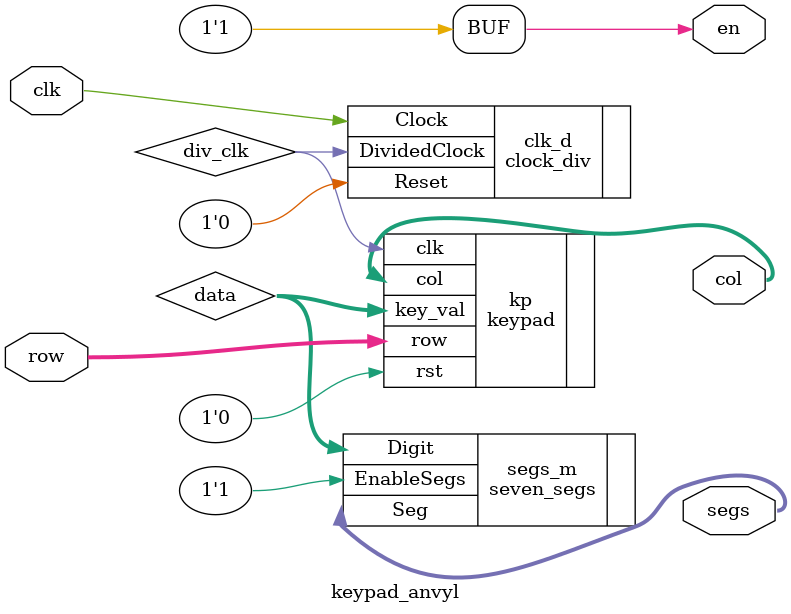
<source format=v>
`timescale 1ns / 1ps
module keypad_anvyl(input clk,
                    input [3:0] row,
                    output [3:0] col,
                    output [6:0] segs,
                    output en);

wire div_clk;
wire [3:0] data;

assign en = 1'b1;

keypad kp(.clk(div_clk),
           .rst(1'b0),
           .row(row),
           .col(col),
           .key_val(data));

clock_div clk_d(.Reset(1'b0),
                .Clock(clk),
                .DividedClock(div_clk));

seven_segs segs_m(.Digit(data),
                  .EnableSegs(1'b1),
                  .Seg(segs));

endmodule
</source>
